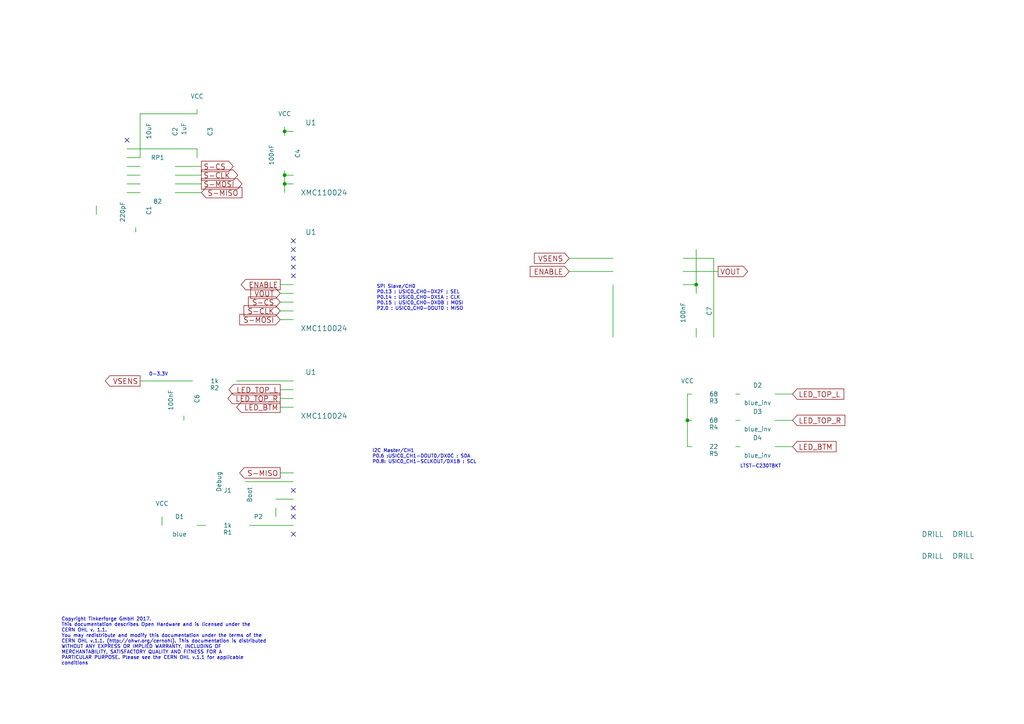
<source format=kicad_sch>
(kicad_sch (version 20230121) (generator eeschema)
  (paper "A4")
  (title_block (title "Motion Detector Bricklet 2.0") (date "2017-09-05") (rev "2.0") (company "Tinkerforge GmbH") (comment 1 "Licensed under CERN OHL v.1.1") (comment 2 "Copyright (©) 2017, B.Nordmeyer <bastian@tinkerforge.com>"))
  (lib_symbols)
  (junction (at 82.55 50.8))
  (junction (at 82.55 53.34))
  (junction (at 199.39 121.92))
  (junction (at 82.55 38.1))
  (junction (at 201.93 82.55))
  (no_connect (at 36.83 40.64))
  (no_connect (at 85.09 154.94))
  (no_connect (at 85.09 149.86))
  (no_connect (at 85.09 72.39))
  (no_connect (at 85.09 80.01))
  (no_connect (at 85.09 147.32))
  (no_connect (at 85.09 74.93))
  (no_connect (at 85.09 69.85))
  (no_connect (at 85.09 142.24))
  (no_connect (at 85.09 77.47))
  (wire (pts (xy 199.39 121.92) (xy 199.39 129.54)))
  (wire (pts (xy 82.55 36.83) (xy 82.55 38.1)))
  (wire (pts (xy 57.15 43.18) (xy 57.15 45.72)))
  (wire (pts (xy 224.79 114.3) (xy 229.87 114.3)))
  (wire (pts (xy 40.64 33.02) (xy 57.15 33.02)))
  (wire (pts (xy 213.36 121.92) (xy 214.63 121.92)))
  (wire (pts (xy 81.28 115.57) (xy 85.09 115.57)))
  (wire (pts (xy 201.93 72.39) (xy 201.93 82.55)))
  (wire (pts (xy 68.58 110.49) (xy 85.09 110.49)))
  (wire (pts (xy 177.8 97.79) (xy 177.8 82.55)))
  (wire (pts (xy 80.01 144.78) (xy 85.09 144.78)))
  (wire (pts (xy 213.36 114.3) (xy 214.63 114.3)))
  (wire (pts (xy 165.1 78.74) (xy 177.8 78.74)))
  (wire (pts (xy 57.15 33.02) (xy 57.15 31.75)))
  (wire (pts (xy 85.09 38.1) (xy 82.55 38.1)))
  (wire (pts (xy 36.83 45.72) (xy 40.64 45.72)))
  (wire (pts (xy 40.64 110.49) (xy 55.88 110.49)))
  (wire (pts (xy 39.37 67.31) (xy 39.37 66.04)))
  (wire (pts (xy 40.64 45.72) (xy 40.64 33.02)))
  (wire (pts (xy 27.94 62.23) (xy 27.94 59.69)))
  (wire (pts (xy 199.39 114.3) (xy 199.39 121.92)))
  (wire (pts (xy 81.28 87.63) (xy 85.09 87.63)))
  (wire (pts (xy 36.83 55.88) (xy 40.64 55.88)))
  (wire (pts (xy 85.09 152.4) (xy 72.39 152.4)))
  (wire (pts (xy 177.8 74.93) (xy 165.1 74.93)))
  (wire (pts (xy 201.93 82.55) (xy 201.93 85.09)))
  (wire (pts (xy 85.09 90.17) (xy 81.28 90.17)))
  (wire (pts (xy 46.99 149.86) (xy 46.99 152.4)))
  (wire (pts (xy 85.09 113.03) (xy 81.28 113.03)))
  (wire (pts (xy 81.28 85.09) (xy 85.09 85.09)))
  (wire (pts (xy 58.42 53.34) (xy 50.8 53.34)))
  (wire (pts (xy 201.93 97.79) (xy 201.93 95.25)))
  (wire (pts (xy 53.34 121.92) (xy 53.34 120.65)))
  (wire (pts (xy 82.55 50.8) (xy 82.55 53.34)))
  (wire (pts (xy 59.69 152.4) (xy 57.15 152.4)))
  (wire (pts (xy 82.55 53.34) (xy 85.09 53.34)))
  (wire (pts (xy 36.83 48.26) (xy 40.64 48.26)))
  (wire (pts (xy 85.09 50.8) (xy 82.55 50.8)))
  (wire (pts (xy 82.55 38.1) (xy 82.55 39.37)))
  (wire (pts (xy 213.36 129.54) (xy 214.63 129.54)))
  (wire (pts (xy 81.28 118.11) (xy 85.09 118.11)))
  (wire (pts (xy 50.8 50.8) (xy 58.42 50.8)))
  (wire (pts (xy 199.39 121.92) (xy 200.66 121.92)))
  (wire (pts (xy 229.87 129.54) (xy 224.79 129.54)))
  (wire (pts (xy 71.12 139.7) (xy 85.09 139.7)))
  (wire (pts (xy 207.01 74.93) (xy 198.12 74.93)))
  (wire (pts (xy 82.55 49.53) (xy 82.55 50.8)))
  (wire (pts (xy 224.79 121.92) (xy 229.87 121.92)))
  (wire (pts (xy 36.83 43.18) (xy 57.15 43.18)))
  (wire (pts (xy 80.01 149.86) (xy 80.01 147.32)))
  (wire (pts (xy 81.28 92.71) (xy 85.09 92.71)))
  (wire (pts (xy 198.12 78.74) (xy 208.28 78.74)))
  (wire (pts (xy 40.64 53.34) (xy 36.83 53.34)))
  (wire (pts (xy 199.39 129.54) (xy 200.66 129.54)))
  (wire (pts (xy 81.28 137.16) (xy 85.09 137.16)))
  (wire (pts (xy 50.8 55.88) (xy 58.42 55.88)))
  (wire (pts (xy 199.39 114.3) (xy 200.66 114.3)))
  (wire (pts (xy 207.01 97.79) (xy 207.01 74.93)))
  (wire (pts (xy 198.12 82.55) (xy 201.93 82.55)))
  (wire (pts (xy 58.42 48.26) (xy 50.8 48.26)))
  (wire (pts (xy 82.55 53.34) (xy 82.55 55.88)))
  (wire (pts (xy 36.83 50.8) (xy 40.64 50.8)))
  (wire (pts (xy 81.28 82.55) (xy 85.09 82.55)))
  (text "SPI Slave/CH0\nP0.13 : USIC0_CH0-DX2F : SEL\nP0.14 : USIC0_CH0-DX1A : CLK\nP0.15 : USIC0_CH0-DX0B : MOSI\nP2.0 : USIC0_CH0-DOUT0 : MISO" (at 109.22 90.17 0) (effects (font (size 0.9906 0.9906)) (justify left bottom)))
  (text "0-3.3V" (at 43.18 109.22 0) (effects (font (size 0.9906 0.9906)) (justify left bottom)))
  (text "Copyright Tinkerforge GmbH 2017.\nThis documentation describes Open Hardware and is licensed under the\nCERN OHL v. 1.1.\nYou may redistribute and modify this documentation under the terms of the\nCERN OHL v.1.1. (http://ohwr.org/cernohl). This documentation is distributed\nWITHOUT ANY EXPRESS OR IMPLIED WARRANTY, INCLUDING OF\nMERCHANTABILITY, SATISFACTORY QUALITY AND FITNESS FOR A\nPARTICULAR PURPOSE. Please see the CERN OHL v.1.1 for applicable\nconditions" (at 17.78 193.04 0) (effects (font (size 0.9906 0.9906)) (justify left bottom)))
  (text "LTST-C230TBKT" (at 214.63 135.89 0) (effects (font (size 0.9906 0.9906)) (justify left bottom)))
  (text "I2C Master/CH1\nP0.6 :USIC0_CH1-DOUT0/DX0C : SDA\nP0.8: USIC0_CH1-SCLKOUT/DX1B : SCL" (at 107.95 134.62 0) (effects (font (size 0.9906 0.9906)) (justify left bottom)))
  (global_label "S-CS" (shape output) (at 58.42 48.26 0) (effects (font (size 1.524 1.524))) (property "Intersheetrefs" "${INTERSHEET_REFS}" (effects hide)))
  (global_label "LED_TOP_R" (shape output) (at 81.28 115.57 180) (effects (font (size 1.524 1.524))) (property "Intersheetrefs" "${INTERSHEET_REFS}" (effects hide)))
  (global_label "VOUT" (shape output) (at 208.28 78.74 0) (effects (font (size 1.524 1.524))) (property "Intersheetrefs" "${INTERSHEET_REFS}" (effects hide)))
  (global_label "S-MOSI" (shape output) (at 58.42 53.34 0) (effects (font (size 1.524 1.524))) (property "Intersheetrefs" "${INTERSHEET_REFS}" (effects hide)))
  (global_label "LED_BTM" (shape output) (at 81.28 118.11 180) (effects (font (size 1.524 1.524))) (property "Intersheetrefs" "${INTERSHEET_REFS}" (effects hide)))
  (global_label "S-MISO" (shape input) (at 58.42 55.88 0) (effects (font (size 1.524 1.524))) (property "Intersheetrefs" "${INTERSHEET_REFS}" (effects hide)))
  (global_label "VSENS" (shape output) (at 40.64 110.49 180) (effects (font (size 1.524 1.524))) (property "Intersheetrefs" "${INTERSHEET_REFS}" (effects hide)))
  (global_label "VOUT" (shape input) (at 81.28 85.09 180) (effects (font (size 1.524 1.524))) (property "Intersheetrefs" "${INTERSHEET_REFS}" (effects hide)))
  (global_label "S-CLK" (shape output) (at 58.42 50.8 0) (effects (font (size 1.524 1.524))) (property "Intersheetrefs" "${INTERSHEET_REFS}" (effects hide)))
  (global_label "LED_TOP_L" (shape output) (at 81.28 113.03 180) (effects (font (size 1.524 1.524))) (property "Intersheetrefs" "${INTERSHEET_REFS}" (effects hide)))
  (global_label "S-MISO" (shape output) (at 81.28 137.16 180) (effects (font (size 1.524 1.524))) (property "Intersheetrefs" "${INTERSHEET_REFS}" (effects hide)))
  (global_label "LED_TOP_R" (shape input) (at 229.87 121.92 0) (effects (font (size 1.524 1.524))) (property "Intersheetrefs" "${INTERSHEET_REFS}" (effects hide)))
  (global_label "S-CS" (shape input) (at 81.28 87.63 180) (effects (font (size 1.524 1.524))) (property "Intersheetrefs" "${INTERSHEET_REFS}" (effects hide)))
  (global_label "LED_TOP_L" (shape input) (at 229.87 114.3 0) (effects (font (size 1.524 1.524))) (property "Intersheetrefs" "${INTERSHEET_REFS}" (effects hide)))
  (global_label "VSENS" (shape input) (at 165.1 74.93 180) (effects (font (size 1.524 1.524))) (property "Intersheetrefs" "${INTERSHEET_REFS}" (effects hide)))
  (global_label "S-CLK" (shape input) (at 81.28 90.17 180) (effects (font (size 1.524 1.524))) (property "Intersheetrefs" "${INTERSHEET_REFS}" (effects hide)))
  (global_label "S-MOSI" (shape input) (at 81.28 92.71 180) (effects (font (size 1.524 1.524))) (property "Intersheetrefs" "${INTERSHEET_REFS}" (effects hide)))
  (global_label "LED_BTM" (shape input) (at 229.87 129.54 0) (effects (font (size 1.524 1.524))) (property "Intersheetrefs" "${INTERSHEET_REFS}" (effects hide)))
  (global_label "ENABLE" (shape input) (at 165.1 78.74 180) (effects (font (size 1.524 1.524))) (property "Intersheetrefs" "${INTERSHEET_REFS}" (effects hide)))
  (global_label "ENABLE" (shape output) (at 81.28 82.55 180) (effects (font (size 1.524 1.524))) (property "Intersheetrefs" "${INTERSHEET_REFS}" (effects hide)))
  (symbol (lib_id "LED") (at 52.07 152.4 0) (unit 1)
    (property "Reference" "D1" (at 52.07 149.86 0))
    (property "Value" "blue" (at 52.07 154.94 0))
    (property "Footprint" "kicad-libraries:D0603F" (effects hide))
  )
  (symbol (lib_id "R") (at 66.04 152.4 270) (unit 1)
    (property "Reference" "R1" (at 66.04 154.432 90))
    (property "Value" "1k" (at 66.04 152.4 90))
    (property "Footprint" "kicad-libraries:R0603F" (effects hide))
  )
  (symbol (lib_id "XMC1XXX24") (at 93.98 45.72 0) (unit 1)
    (property "Reference" "U1" (at 90.17 35.56 0) (effects (font (size 1.524 1.524))))
    (property "Value" "XMC110024" (at 93.98 55.88 0) (effects (font (size 1.524 1.524))))
    (property "Footprint" "kicad-libraries:QFN24-4x4mm-0.5mm" (effects hide))
  )
  (symbol (lib_id "VCC") (at 46.99 149.86 0) (unit 1)
    (property "Reference" "#PWR013" (effects hide))
    (property "Value" "VCC" (at 46.99 146.05 0))
  )
  (symbol (lib_id "AM612") (at 187.96 78.74 0) (unit 1)
    (property "Reference" "U3" (at 181.61 72.39 0) (effects (font (size 1.524 1.524))))
    (property "Value" "AM612" (at 187.96 85.09 0) (effects (font (size 1.524 1.524))))
    (property "Footprint" "kicad-libraries:AM612" (effects hide))
  )
  (symbol (lib_id "GND") (at 177.8 97.79 0) (unit 1)
    (property "Reference" "#PWR01" (effects hide))
    (property "Value" "GND" (effects hide))
  )
  (symbol (lib_id "VCC") (at 201.93 72.39 0) (unit 1)
    (property "Reference" "#PWR02" (effects hide))
    (property "Value" "VCC" (at 201.93 68.58 0))
  )
  (symbol (lib_id "C") (at 201.93 90.17 180) (unit 1)
    (property "Reference" "C7" (at 205.74 88.9 90) (effects (justify left)))
    (property "Value" "100nF" (at 198.12 87.63 90) (effects (justify left)))
    (property "Footprint" "kicad-libraries:C0603F" (effects hide))
  )
  (symbol (lib_id "GND") (at 201.93 97.79 0) (unit 1)
    (property "Reference" "#PWR03" (effects hide))
    (property "Value" "GND" (effects hide))
  )
  (symbol (lib_id "GND") (at 207.01 97.79 0) (unit 1)
    (property "Reference" "#PWR04" (effects hide))
    (property "Value" "GND" (effects hide))
  )
  (symbol (lib_id "XMC1XXX24") (at 93.98 81.28 0) (unit 2)
    (property "Reference" "U1" (at 90.17 67.31 0) (effects (font (size 1.524 1.524))))
    (property "Value" "XMC110024" (at 93.98 95.25 0) (effects (font (size 1.524 1.524))))
    (property "Footprint" "kicad-libraries:QFN24-4x4mm-0.5mm" (effects hide))
  )
  (symbol (lib_id "XMC1XXX24") (at 93.98 114.3 0) (unit 3)
    (property "Reference" "U1" (at 90.17 107.95 0) (effects (font (size 1.524 1.524))))
    (property "Value" "XMC110024" (at 93.98 120.65 0) (effects (font (size 1.524 1.524))))
    (property "Footprint" "kicad-libraries:QFN24-4x4mm-0.5mm" (effects hide))
  )
  (symbol (lib_id "XMC1XXX24") (at 93.98 146.05 0) (unit 4)
    (property "Reference" "U1" (at 90.17 134.62 0) (effects (font (size 1.524 1.524))))
    (property "Value" "XMC110024" (at 93.98 157.48 0) (effects (font (size 1.524 1.524))))
    (property "Footprint" "kicad-libraries:QFN24-4x4mm-0.5mm" (effects hide))
  )
  (symbol (lib_id "C") (at 82.55 44.45 180) (unit 1)
    (property "Reference" "C4" (at 86.36 43.18 90) (effects (justify left)))
    (property "Value" "100nF" (at 78.74 41.91 90) (effects (justify left)))
    (property "Footprint" "kicad-libraries:C0603F" (effects hide))
  )
  (symbol (lib_id "VCC") (at 82.55 36.83 0) (unit 1)
    (property "Reference" "#PWR05" (effects hide))
    (property "Value" "VCC" (at 82.55 33.02 0))
  )
  (symbol (lib_id "GND") (at 82.55 55.88 0) (unit 1)
    (property "Reference" "#PWR06" (effects hide))
    (property "Value" "GND" (effects hide))
  )
  (symbol (lib_id "CON-SENSOR2") (at 27.94 48.26 0) (mirror y) (unit 1)
    (property "Reference" "P1" (at 31.75 38.1 0) (effects (font (size 1.524 1.524))))
    (property "Value" "CON-SENSOR2" (at 24.13 48.26 90) (effects (font (size 1.524 1.524))))
    (property "Footprint" "kicad-libraries:CON-SENSOR2" (effects hide))
  )
  (symbol (lib_id "GND") (at 27.94 62.23 0) (unit 1)
    (property "Reference" "#PWR07" (effects hide))
    (property "Value" "GND" (effects hide))
  )
  (symbol (lib_id "C") (at 57.15 38.1 180) (unit 1)
    (property "Reference" "C3" (at 60.96 36.83 90) (effects (justify left)))
    (property "Value" "1uF" (at 53.34 35.56 90) (effects (justify left)))
    (property "Footprint" "kicad-libraries:C0603F" (effects hide))
  )
  (symbol (lib_id "C") (at 46.99 38.1 180) (unit 1)
    (property "Reference" "C2" (at 50.8 36.83 90) (effects (justify left)))
    (property "Value" "10uF" (at 43.18 35.56 90) (effects (justify left)))
    (property "Footprint" "kicad-libraries:C0805" (effects hide))
  )
  (symbol (lib_id "VCC") (at 57.15 31.75 0) (unit 1)
    (property "Reference" "#PWR08" (effects hide))
    (property "Value" "VCC" (at 57.15 27.94 0))
  )
  (symbol (lib_id "GND") (at 57.15 45.72 0) (unit 1)
    (property "Reference" "#PWR09" (effects hide))
    (property "Value" "GND" (effects hide))
  )
  (symbol (lib_id "R_PACK4") (at 45.72 57.15 0) (unit 1)
    (property "Reference" "RP1" (at 45.72 45.72 0))
    (property "Value" "82" (at 45.72 58.42 0))
    (property "Footprint" "kicad-libraries:4X0402" (effects hide))
  )
  (symbol (lib_id "C") (at 39.37 60.96 180) (unit 1)
    (property "Reference" "C1" (at 43.18 59.69 90) (effects (justify left)))
    (property "Value" "220pF" (at 35.56 58.42 90) (effects (justify left)))
    (property "Footprint" "kicad-libraries:C0402F" (effects hide))
  )
  (symbol (lib_id "GND") (at 39.37 67.31 0) (unit 1)
    (property "Reference" "#PWR010" (effects hide))
    (property "Value" "GND" (effects hide))
  )
  (symbol (lib_id "DRILL") (at 270.51 154.94 0) (unit 1)
    (property "Reference" "U4" (effects hide))
    (property "Value" "DRILL" (at 270.51 154.94 0) (effects (font (size 1.524 1.524))))
    (property "Footprint" "kicad-libraries:DRILL_NP" (effects hide))
  )
  (symbol (lib_id "DRILL") (at 279.4 154.94 0) (unit 1)
    (property "Reference" "U6" (effects hide))
    (property "Value" "DRILL" (at 279.4 154.94 0) (effects (font (size 1.524 1.524))))
    (property "Footprint" "kicad-libraries:DRILL_NP" (effects hide))
  )
  (symbol (lib_id "DRILL") (at 279.4 161.29 0) (unit 1)
    (property "Reference" "U7" (effects hide))
    (property "Value" "DRILL" (at 279.4 161.29 0) (effects (font (size 1.524 1.524))))
    (property "Footprint" "kicad-libraries:DRILL_NP" (effects hide))
  )
  (symbol (lib_id "DRILL") (at 270.51 161.29 0) (unit 1)
    (property "Reference" "U5" (effects hide))
    (property "Value" "DRILL" (at 270.51 161.29 0) (effects (font (size 1.524 1.524))))
    (property "Footprint" "kicad-libraries:DRILL_NP" (effects hide))
  )
  (symbol (lib_id "LED") (at 219.71 114.3 0) (unit 1)
    (property "Reference" "D2" (at 219.71 111.76 0))
    (property "Value" "blue_inv" (at 219.71 116.84 0))
    (property "Footprint" "kicad-libraries:D1206_INV" (effects hide))
  )
  (symbol (lib_id "R") (at 207.01 114.3 270) (unit 1)
    (property "Reference" "R3" (at 207.01 116.332 90))
    (property "Value" "68" (at 207.01 114.3 90))
    (property "Footprint" "kicad-libraries:R0603F" (effects hide))
  )
  (symbol (lib_id "VCC") (at 199.39 114.3 0) (unit 1)
    (property "Reference" "#PWR011" (effects hide))
    (property "Value" "VCC" (at 199.39 110.49 0))
  )
  (symbol (lib_id "CONN_01X01") (at 66.04 139.7 180) (unit 1)
    (property "Reference" "J1" (at 66.04 142.24 0))
    (property "Value" "Debug" (at 63.5 139.7 90))
    (property "Footprint" "kicad-libraries:DEBUG_PAD" (effects hide))
  )
  (symbol (lib_id "CONN_01X02") (at 74.93 146.05 180) (unit 1)
    (property "Reference" "P2" (at 74.93 149.86 0))
    (property "Value" "Boot" (at 72.39 143.51 90))
    (property "Footprint" "kicad-libraries:SolderJumper" (effects hide))
  )
  (symbol (lib_id "GND") (at 80.01 149.86 0) (unit 1)
    (property "Reference" "#PWR012" (effects hide))
    (property "Value" "GND" (effects hide))
  )
  (symbol (lib_id "LED") (at 219.71 121.92 0) (unit 1)
    (property "Reference" "D3" (at 219.71 119.38 0))
    (property "Value" "blue_inv" (at 219.71 124.46 0))
    (property "Footprint" "kicad-libraries:D1206_INV" (effects hide))
  )
  (symbol (lib_id "R") (at 207.01 121.92 270) (unit 1)
    (property "Reference" "R4" (at 207.01 123.952 90))
    (property "Value" "68" (at 207.01 121.92 90))
    (property "Footprint" "kicad-libraries:R0603F" (effects hide))
  )
  (symbol (lib_id "LED") (at 219.71 129.54 0) (unit 1)
    (property "Reference" "D4" (at 219.71 127 0))
    (property "Value" "blue_inv" (at 219.71 132.08 0))
    (property "Footprint" "kicad-libraries:D1206_INV" (effects hide))
  )
  (symbol (lib_id "R") (at 207.01 129.54 270) (unit 1)
    (property "Reference" "R5" (at 207.01 131.572 90))
    (property "Value" "22" (at 207.01 129.54 90))
    (property "Footprint" "kicad-libraries:R0603F" (effects hide))
  )
  (symbol (lib_id "R") (at 62.23 110.49 270) (unit 1)
    (property "Reference" "R2" (at 62.23 112.522 90))
    (property "Value" "1k" (at 62.23 110.49 90))
    (property "Footprint" "kicad-libraries:R0603F" (effects hide))
  )
  (symbol (lib_id "C") (at 53.34 115.57 180) (unit 1)
    (property "Reference" "C6" (at 57.15 114.3 90) (effects (justify left)))
    (property "Value" "100nF" (at 49.53 113.03 90) (effects (justify left)))
    (property "Footprint" "kicad-libraries:C0603F" (effects hide))
  )
  (symbol (lib_id "GND") (at 53.34 121.92 0) (unit 1)
    (property "Reference" "#PWR014" (effects hide))
    (property "Value" "GND" (effects hide))
  )
)
</source>
